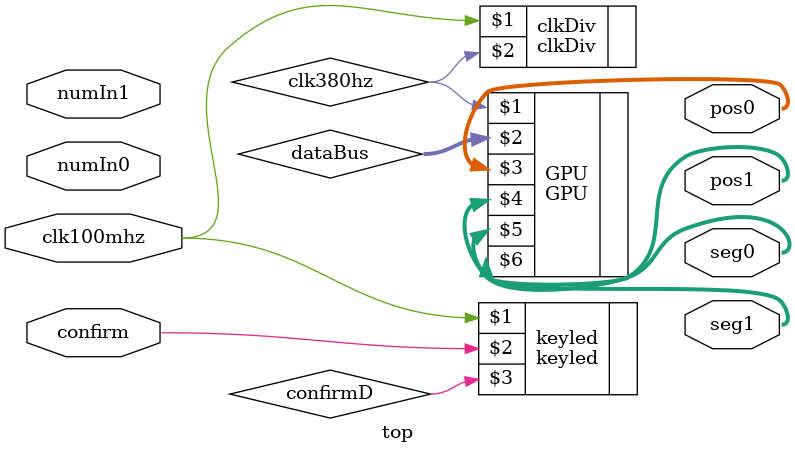
<source format=v>
`timescale 1ns / 1ps

module top(
    input clk100mhz,
    input [3:0] numIn0, numIn1,
    input confirm,
    output [3:0] pos0, pos1,
    output [7:0] seg0, seg1
    );
    wire clk380hz, confirmD;
    wire [3:0] pos0, pos1;
    wire [7:0] seg0, seg1;
    wire [31:0] dataBus;
    
    keyled keyled(clk100mhz, confirm, confirmD);
    clkDiv clkDiv(clk100mhz, clk380hz);
    GPU GPU(clk380hz, dataBus, pos0, pos1, seg0, seg1);
endmodule

</source>
